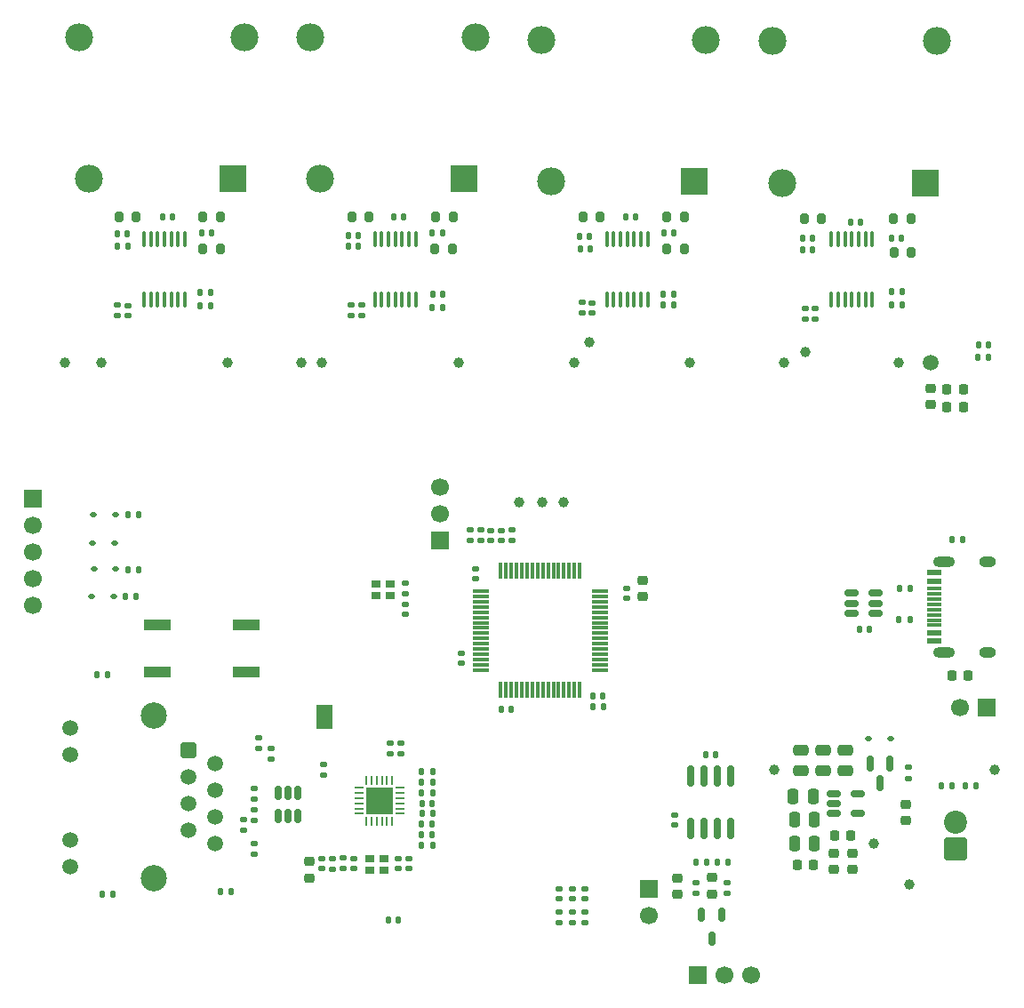
<source format=gbr>
%TF.GenerationSoftware,KiCad,Pcbnew,9.0.4*%
%TF.CreationDate,2025-10-09T14:55:44-07:00*%
%TF.ProjectId,ThermoBoard,54686572-6d6f-4426-9f61-72642e6b6963,1A*%
%TF.SameCoordinates,Original*%
%TF.FileFunction,Soldermask,Top*%
%TF.FilePolarity,Negative*%
%FSLAX46Y46*%
G04 Gerber Fmt 4.6, Leading zero omitted, Abs format (unit mm)*
G04 Created by KiCad (PCBNEW 9.0.4) date 2025-10-09 14:55:44*
%MOMM*%
%LPD*%
G01*
G04 APERTURE LIST*
G04 Aperture macros list*
%AMRoundRect*
0 Rectangle with rounded corners*
0 $1 Rounding radius*
0 $2 $3 $4 $5 $6 $7 $8 $9 X,Y pos of 4 corners*
0 Add a 4 corners polygon primitive as box body*
4,1,4,$2,$3,$4,$5,$6,$7,$8,$9,$2,$3,0*
0 Add four circle primitives for the rounded corners*
1,1,$1+$1,$2,$3*
1,1,$1+$1,$4,$5*
1,1,$1+$1,$6,$7*
1,1,$1+$1,$8,$9*
0 Add four rect primitives between the rounded corners*
20,1,$1+$1,$2,$3,$4,$5,0*
20,1,$1+$1,$4,$5,$6,$7,0*
20,1,$1+$1,$6,$7,$8,$9,0*
20,1,$1+$1,$8,$9,$2,$3,0*%
G04 Aperture macros list end*
%ADD10RoundRect,0.140000X-0.140000X-0.170000X0.140000X-0.170000X0.140000X0.170000X-0.140000X0.170000X0*%
%ADD11R,2.655000X2.655000*%
%ADD12C,2.655000*%
%ADD13RoundRect,0.140000X0.170000X-0.140000X0.170000X0.140000X-0.170000X0.140000X-0.170000X-0.140000X0*%
%ADD14RoundRect,0.135000X-0.135000X-0.185000X0.135000X-0.185000X0.135000X0.185000X-0.135000X0.185000X0*%
%ADD15RoundRect,0.200000X0.200000X0.275000X-0.200000X0.275000X-0.200000X-0.275000X0.200000X-0.275000X0*%
%ADD16RoundRect,0.135000X-0.185000X0.135000X-0.185000X-0.135000X0.185000X-0.135000X0.185000X0.135000X0*%
%ADD17RoundRect,0.147500X0.172500X-0.147500X0.172500X0.147500X-0.172500X0.147500X-0.172500X-0.147500X0*%
%ADD18RoundRect,0.140000X0.140000X0.170000X-0.140000X0.170000X-0.140000X-0.170000X0.140000X-0.170000X0*%
%ADD19RoundRect,0.135000X0.135000X0.185000X-0.135000X0.185000X-0.135000X-0.185000X0.135000X-0.185000X0*%
%ADD20RoundRect,0.100000X-0.100000X0.637500X-0.100000X-0.637500X0.100000X-0.637500X0.100000X0.637500X0*%
%ADD21RoundRect,0.200000X-0.200000X-0.275000X0.200000X-0.275000X0.200000X0.275000X-0.200000X0.275000X0*%
%ADD22C,1.000000*%
%ADD23RoundRect,0.135000X0.185000X-0.135000X0.185000X0.135000X-0.185000X0.135000X-0.185000X-0.135000X0*%
%ADD24R,2.500000X1.100000*%
%ADD25R,1.700000X1.700000*%
%ADD26C,1.700000*%
%ADD27RoundRect,0.140000X-0.170000X0.140000X-0.170000X-0.140000X0.170000X-0.140000X0.170000X0.140000X0*%
%ADD28RoundRect,0.150000X-0.150000X0.587500X-0.150000X-0.587500X0.150000X-0.587500X0.150000X0.587500X0*%
%ADD29RoundRect,0.218750X0.218750X0.256250X-0.218750X0.256250X-0.218750X-0.256250X0.218750X-0.256250X0*%
%ADD30RoundRect,0.150000X-0.150000X0.825000X-0.150000X-0.825000X0.150000X-0.825000X0.150000X0.825000X0*%
%ADD31C,1.500000*%
%ADD32RoundRect,0.225000X0.250000X-0.225000X0.250000X0.225000X-0.250000X0.225000X-0.250000X-0.225000X0*%
%ADD33RoundRect,0.225000X-0.250000X0.225000X-0.250000X-0.225000X0.250000X-0.225000X0.250000X0.225000X0*%
%ADD34R,1.450000X0.600000*%
%ADD35R,1.450000X0.300000*%
%ADD36O,2.100000X1.000000*%
%ADD37O,1.600000X1.000000*%
%ADD38RoundRect,0.147500X-0.147500X-0.172500X0.147500X-0.172500X0.147500X0.172500X-0.147500X0.172500X0*%
%ADD39RoundRect,0.250500X-0.499500X0.499500X-0.499500X-0.499500X0.499500X-0.499500X0.499500X0.499500X0*%
%ADD40C,2.500000*%
%ADD41RoundRect,0.225000X-0.225000X-0.250000X0.225000X-0.250000X0.225000X0.250000X-0.225000X0.250000X0*%
%ADD42RoundRect,0.147500X0.147500X0.172500X-0.147500X0.172500X-0.147500X-0.172500X0.147500X-0.172500X0*%
%ADD43RoundRect,0.250000X-0.250000X-0.475000X0.250000X-0.475000X0.250000X0.475000X-0.250000X0.475000X0*%
%ADD44RoundRect,0.112500X-0.187500X-0.112500X0.187500X-0.112500X0.187500X0.112500X-0.187500X0.112500X0*%
%ADD45RoundRect,0.225000X0.225000X0.250000X-0.225000X0.250000X-0.225000X-0.250000X0.225000X-0.250000X0*%
%ADD46RoundRect,0.150000X0.512500X0.150000X-0.512500X0.150000X-0.512500X-0.150000X0.512500X-0.150000X0*%
%ADD47R,0.900000X0.800000*%
%ADD48R,1.500000X1.000000*%
%ADD49RoundRect,0.249999X0.850001X-0.850001X0.850001X0.850001X-0.850001X0.850001X-0.850001X-0.850001X0*%
%ADD50C,2.200000*%
%ADD51RoundRect,0.062500X0.062500X-0.375000X0.062500X0.375000X-0.062500X0.375000X-0.062500X-0.375000X0*%
%ADD52RoundRect,0.062500X0.375000X-0.062500X0.375000X0.062500X-0.375000X0.062500X-0.375000X-0.062500X0*%
%ADD53R,2.500000X2.500000*%
%ADD54RoundRect,0.250000X-0.475000X0.250000X-0.475000X-0.250000X0.475000X-0.250000X0.475000X0.250000X0*%
%ADD55RoundRect,0.075000X-0.700000X-0.075000X0.700000X-0.075000X0.700000X0.075000X-0.700000X0.075000X0*%
%ADD56RoundRect,0.075000X-0.075000X-0.700000X0.075000X-0.700000X0.075000X0.700000X-0.075000X0.700000X0*%
%ADD57RoundRect,0.150000X-0.150000X0.512500X-0.150000X-0.512500X0.150000X-0.512500X0.150000X0.512500X0*%
%ADD58RoundRect,0.112500X0.187500X0.112500X-0.187500X0.112500X-0.187500X-0.112500X0.187500X-0.112500X0*%
%ADD59RoundRect,0.150000X-0.512500X-0.150000X0.512500X-0.150000X0.512500X0.150000X-0.512500X0.150000X0*%
G04 APERTURE END LIST*
%TO.C,JP200*%
G36*
X31461500Y-70100000D02*
G01*
X29961500Y-70100000D01*
X29961500Y-70400000D01*
X31461500Y-70400000D01*
X31461500Y-70100000D01*
G37*
%TD*%
D10*
%TO.C,C317*%
X15288000Y-22612500D03*
X16248000Y-22612500D03*
%TD*%
D11*
%TO.C,J107*%
X43961500Y-19000000D03*
D12*
X30261500Y-19000000D03*
X45061500Y-5500000D03*
X29361500Y-5500000D03*
%TD*%
D13*
%TO.C,C207*%
X24461500Y-73199000D03*
X24461500Y-72239000D03*
%TD*%
D14*
%TO.C,R106*%
X90480000Y-53300000D03*
X91500000Y-53300000D03*
%TD*%
D15*
%TO.C,R309*%
X64948000Y-25612500D03*
X63298000Y-25612500D03*
%TD*%
D16*
%TO.C,R312*%
X33211500Y-31000000D03*
X33211500Y-32020000D03*
%TD*%
D17*
%TO.C,D108*%
X54279000Y-87565000D03*
X54279000Y-86595000D03*
%TD*%
D15*
%TO.C,R319*%
X20773000Y-25612500D03*
X19123000Y-25612500D03*
%TD*%
D18*
%TO.C,C302*%
X56048000Y-25612500D03*
X55088000Y-25612500D03*
%TD*%
D19*
%TO.C,R206*%
X40981500Y-76449000D03*
X39961500Y-76449000D03*
%TD*%
D20*
%TO.C,U300*%
X82888000Y-24750000D03*
X82238000Y-24750000D03*
X81588000Y-24750000D03*
X80938000Y-24750000D03*
X80288000Y-24750000D03*
X79638000Y-24750000D03*
X78988000Y-24750000D03*
X78988000Y-30475000D03*
X79638000Y-30475000D03*
X80288000Y-30475000D03*
X80938000Y-30475000D03*
X81588000Y-30475000D03*
X82238000Y-30475000D03*
X82888000Y-30475000D03*
%TD*%
D21*
%TO.C,R304*%
X76386500Y-22750000D03*
X78036500Y-22750000D03*
%TD*%
D22*
%TO.C,TP114*%
X54461500Y-36500000D03*
%TD*%
D23*
%TO.C,R214*%
X24000000Y-83310000D03*
X24000000Y-82290000D03*
%TD*%
D14*
%TO.C,R105*%
X11961500Y-50950000D03*
X12981500Y-50950000D03*
%TD*%
D10*
%TO.C,C305*%
X55001500Y-24500000D03*
X55961500Y-24500000D03*
%TD*%
%TO.C,C307*%
X59393000Y-22612500D03*
X60353000Y-22612500D03*
%TD*%
D24*
%TO.C,SW100*%
X14771500Y-61490000D03*
X23271372Y-61490000D03*
X14771500Y-65989872D03*
X23271372Y-65989872D03*
%TD*%
D18*
%TO.C,C300*%
X77211500Y-25712500D03*
X76251500Y-25712500D03*
%TD*%
D14*
%TO.C,R310*%
X40956500Y-31250000D03*
X41976500Y-31250000D03*
%TD*%
D25*
%TO.C,JP400*%
X61629000Y-86615000D03*
D26*
X61629000Y-89155000D03*
%TD*%
D27*
%TO.C,C311*%
X34211500Y-31000000D03*
X34211500Y-31960000D03*
%TD*%
D23*
%TO.C,R111*%
X54279000Y-89865000D03*
X54279000Y-88845000D03*
%TD*%
D18*
%TO.C,C310*%
X33943000Y-25412500D03*
X32983000Y-25412500D03*
%TD*%
D28*
%TO.C,Q100*%
X84550000Y-74684596D03*
X82650000Y-74684596D03*
X83600000Y-76559596D03*
%TD*%
D29*
%TO.C,L100*%
X80837500Y-81559596D03*
X79262500Y-81559596D03*
%TD*%
D10*
%TO.C,C316*%
X37288000Y-22612500D03*
X38248000Y-22612500D03*
%TD*%
D22*
%TO.C,TP102*%
X73500000Y-75300000D03*
%TD*%
D10*
%TO.C,C304*%
X76251500Y-24612500D03*
X77211500Y-24612500D03*
%TD*%
D23*
%TO.C,R212*%
X25571500Y-74259000D03*
X25571500Y-73239000D03*
%TD*%
D19*
%TO.C,R108*%
X86445000Y-60975000D03*
X85425000Y-60975000D03*
%TD*%
D30*
%TO.C,U400*%
X69419000Y-75865000D03*
X68149000Y-75865000D03*
X66879000Y-75865000D03*
X65609000Y-75865000D03*
X65609000Y-80815000D03*
X66879000Y-80815000D03*
X68149000Y-80815000D03*
X69419000Y-80815000D03*
%TD*%
D14*
%TO.C,R301*%
X62971500Y-31000000D03*
X63991500Y-31000000D03*
%TD*%
D22*
%TO.C,TP300*%
X76461500Y-35500000D03*
%TD*%
D16*
%TO.C,R209*%
X32471500Y-83679000D03*
X32471500Y-84699000D03*
%TD*%
D10*
%TO.C,C401*%
X67000000Y-73800000D03*
X67960000Y-73800000D03*
%TD*%
D31*
%TO.C,TP103*%
X88461500Y-36500000D03*
%TD*%
D13*
%TO.C,C103*%
X45061500Y-57080000D03*
X45061500Y-56120000D03*
%TD*%
D32*
%TO.C,F100*%
X86050000Y-80109596D03*
X86050000Y-78559596D03*
%TD*%
D18*
%TO.C,C208*%
X37730000Y-89580000D03*
X36770000Y-89580000D03*
%TD*%
D33*
%TO.C,C100*%
X60961500Y-57200000D03*
X60961500Y-58750000D03*
%TD*%
%TO.C,C115*%
X79200580Y-83225000D03*
X79200580Y-84775000D03*
%TD*%
D25*
%TO.C,J101*%
X41661500Y-53390000D03*
D26*
X41661500Y-50850000D03*
X41661500Y-48310000D03*
%TD*%
D34*
%TO.C,J104*%
X88800000Y-63000000D03*
X88800000Y-62200000D03*
D35*
X88800000Y-61000000D03*
X88800000Y-60000000D03*
X88800000Y-59500000D03*
X88800000Y-58500000D03*
D34*
X88800000Y-57300000D03*
X88800000Y-56500000D03*
X88800000Y-56500000D03*
X88800000Y-57300000D03*
D35*
X88800000Y-58000000D03*
X88800000Y-59000000D03*
X88800000Y-60500000D03*
X88800000Y-61500000D03*
D34*
X88800000Y-62200000D03*
X88800000Y-63000000D03*
D36*
X89715000Y-64070000D03*
D37*
X93895000Y-64070000D03*
D36*
X89715000Y-55430000D03*
D37*
X93895000Y-55430000D03*
%TD*%
D27*
%TO.C,C102*%
X38361500Y-57500000D03*
X38361500Y-58460000D03*
%TD*%
D15*
%TO.C,R306*%
X86536500Y-22750000D03*
X84886500Y-22750000D03*
%TD*%
D21*
%TO.C,R315*%
X11111500Y-22612500D03*
X12761500Y-22612500D03*
%TD*%
D22*
%TO.C,TP112*%
X86400000Y-86200000D03*
%TD*%
D38*
%TO.C,D103*%
X91755000Y-76800000D03*
X92725000Y-76800000D03*
%TD*%
D16*
%TO.C,R303*%
X55211500Y-30740000D03*
X55211500Y-31760000D03*
%TD*%
D39*
%TO.C,J200*%
X17707000Y-73434000D03*
D31*
X20247000Y-74694000D03*
X17707000Y-75974000D03*
X20247000Y-77234000D03*
X17707000Y-78514000D03*
X20247000Y-79774000D03*
X17707000Y-81054000D03*
X20247000Y-82314000D03*
X6447000Y-71249000D03*
X6447000Y-73789000D03*
X6447000Y-81959000D03*
X6447000Y-84499000D03*
D40*
X14397000Y-70129000D03*
X14397000Y-85619000D03*
%TD*%
D11*
%TO.C,J108*%
X21961500Y-19000000D03*
D12*
X8261500Y-19000000D03*
X23061500Y-5500000D03*
X7361500Y-5500000D03*
%TD*%
D32*
%TO.C,C402*%
X67579000Y-87090000D03*
X67579000Y-85540000D03*
%TD*%
D13*
%TO.C,C104*%
X46561500Y-53440000D03*
X46561500Y-52480000D03*
%TD*%
D16*
%TO.C,R213*%
X24000000Y-77030000D03*
X24000000Y-78050000D03*
%TD*%
D21*
%TO.C,R314*%
X33311500Y-22612500D03*
X34961500Y-22612500D03*
%TD*%
D22*
%TO.C,TP108*%
X28461500Y-36500000D03*
%TD*%
D38*
%TO.C,D300*%
X84736500Y-29750000D03*
X85706500Y-29750000D03*
%TD*%
D15*
%TO.C,R316*%
X42961500Y-22600000D03*
X41311500Y-22600000D03*
%TD*%
D41*
%TO.C,F101*%
X90450000Y-66300000D03*
X92000000Y-66300000D03*
%TD*%
D20*
%TO.C,U301*%
X61498000Y-24750000D03*
X60848000Y-24750000D03*
X60198000Y-24750000D03*
X59548000Y-24750000D03*
X58898000Y-24750000D03*
X58248000Y-24750000D03*
X57598000Y-24750000D03*
X57598000Y-30475000D03*
X58248000Y-30475000D03*
X58898000Y-30475000D03*
X59548000Y-30475000D03*
X60198000Y-30475000D03*
X60848000Y-30475000D03*
X61498000Y-30475000D03*
%TD*%
D41*
%TO.C,C117*%
X89986500Y-39000000D03*
X91536500Y-39000000D03*
%TD*%
D13*
%TO.C,C111*%
X43748000Y-65100000D03*
X43748000Y-64140000D03*
%TD*%
D42*
%TO.C,D106*%
X93961500Y-34750000D03*
X92991500Y-34750000D03*
%TD*%
D43*
%TO.C,C119*%
X75450580Y-82250000D03*
X77350580Y-82250000D03*
%TD*%
D19*
%TO.C,R205*%
X40981500Y-82449000D03*
X39961500Y-82449000D03*
%TD*%
D23*
%TO.C,R211*%
X24000000Y-80050000D03*
X24000000Y-79030000D03*
%TD*%
D10*
%TO.C,C318*%
X40963000Y-24112500D03*
X41923000Y-24112500D03*
%TD*%
D22*
%TO.C,TP106*%
X74461500Y-36500000D03*
%TD*%
D10*
%TO.C,C308*%
X84711500Y-24600000D03*
X85671500Y-24600000D03*
%TD*%
D44*
%TO.C,D101*%
X8531500Y-58725000D03*
X10631500Y-58725000D03*
%TD*%
D27*
%TO.C,C206*%
X30471500Y-83699000D03*
X30471500Y-84659000D03*
%TD*%
D45*
%TO.C,C112*%
X77300000Y-84300000D03*
X75750000Y-84300000D03*
%TD*%
D16*
%TO.C,R215*%
X23000000Y-80030000D03*
X23000000Y-81050000D03*
%TD*%
D38*
%TO.C,D302*%
X40991500Y-30000000D03*
X41961500Y-30000000D03*
%TD*%
D25*
%TO.C,J100*%
X2961500Y-49460000D03*
D26*
X2961500Y-52000000D03*
X2961500Y-54540000D03*
X2961500Y-57080000D03*
X2961500Y-59620000D03*
%TD*%
D22*
%TO.C,TP120*%
X5961500Y-36500000D03*
%TD*%
%TO.C,TP116*%
X55961500Y-34500000D03*
%TD*%
%TO.C,TP101*%
X94500000Y-75300000D03*
%TD*%
D14*
%TO.C,R401*%
X68079000Y-84055000D03*
X69099000Y-84055000D03*
%TD*%
D43*
%TO.C,C118*%
X75350000Y-77800000D03*
X77250000Y-77800000D03*
%TD*%
D22*
%TO.C,TP107*%
X85361500Y-36500000D03*
%TD*%
D33*
%TO.C,C113*%
X80950580Y-83225000D03*
X80950580Y-84775000D03*
%TD*%
D15*
%TO.C,R307*%
X64961500Y-22612500D03*
X63311500Y-22612500D03*
%TD*%
D17*
%TO.C,D109*%
X55529000Y-87565000D03*
X55529000Y-86595000D03*
%TD*%
D11*
%TO.C,J106*%
X65948000Y-19250000D03*
D12*
X52248000Y-19250000D03*
X67048000Y-5750000D03*
X51348000Y-5750000D03*
%TD*%
D27*
%TO.C,C200*%
X37721500Y-83739000D03*
X37721500Y-84699000D03*
%TD*%
D46*
%TO.C,U102*%
X83187500Y-60350000D03*
X83187500Y-59400000D03*
X83187500Y-58450000D03*
X80912500Y-58450000D03*
X80912500Y-59400000D03*
X80912500Y-60350000D03*
%TD*%
D44*
%TO.C,D105*%
X82500000Y-72309596D03*
X84600000Y-72309596D03*
%TD*%
D47*
%TO.C,Y200*%
X34971500Y-84798822D03*
X36371550Y-84798822D03*
X36371550Y-83699000D03*
X34971500Y-83699000D03*
%TD*%
D19*
%TO.C,R204*%
X40971500Y-80449000D03*
X39951500Y-80449000D03*
%TD*%
D10*
%TO.C,C107*%
X56288000Y-69250000D03*
X57248000Y-69250000D03*
%TD*%
D47*
%TO.C,Y100*%
X36961500Y-57600000D03*
X35561450Y-57600000D03*
X35561450Y-58699822D03*
X36961500Y-58699822D03*
%TD*%
D16*
%TO.C,R210*%
X31471500Y-83699000D03*
X31471500Y-84719000D03*
%TD*%
D48*
%TO.C,JP200*%
X30711500Y-69600000D03*
X30711500Y-70900000D03*
%TD*%
D14*
%TO.C,R311*%
X18841500Y-31050000D03*
X19861500Y-31050000D03*
%TD*%
D19*
%TO.C,R201*%
X40971500Y-81449000D03*
X39951500Y-81449000D03*
%TD*%
D10*
%TO.C,C306*%
X80783000Y-23112500D03*
X81743000Y-23112500D03*
%TD*%
D38*
%TO.C,D303*%
X18876500Y-29800000D03*
X19846500Y-29800000D03*
%TD*%
D15*
%TO.C,R308*%
X86611500Y-26000000D03*
X84961500Y-26000000D03*
%TD*%
D16*
%TO.C,R101*%
X48561500Y-52430000D03*
X48561500Y-53450000D03*
%TD*%
D10*
%TO.C,C204*%
X39981500Y-78449000D03*
X40941500Y-78449000D03*
%TD*%
D22*
%TO.C,TP121*%
X21500000Y-36500000D03*
%TD*%
%TO.C,TP104*%
X51461500Y-49750000D03*
%TD*%
D23*
%TO.C,R112*%
X55529000Y-89855000D03*
X55529000Y-88835000D03*
%TD*%
D19*
%TO.C,R107*%
X86470000Y-58000000D03*
X85450000Y-58000000D03*
%TD*%
D15*
%TO.C,R318*%
X42843000Y-25612500D03*
X41193000Y-25612500D03*
%TD*%
D27*
%TO.C,C201*%
X33471500Y-83739000D03*
X33471500Y-84699000D03*
%TD*%
D14*
%TO.C,R102*%
X11711500Y-58725000D03*
X12731500Y-58725000D03*
%TD*%
D16*
%TO.C,R208*%
X37971500Y-72729000D03*
X37971500Y-73749000D03*
%TD*%
D14*
%TO.C,R217*%
X9011500Y-66175000D03*
X10031500Y-66175000D03*
%TD*%
D22*
%TO.C,TP122*%
X9461500Y-36500000D03*
%TD*%
D20*
%TO.C,U303*%
X17398000Y-24750000D03*
X16748000Y-24750000D03*
X16098000Y-24750000D03*
X15448000Y-24750000D03*
X14798000Y-24750000D03*
X14148000Y-24750000D03*
X13498000Y-24750000D03*
X13498000Y-30475000D03*
X14148000Y-30475000D03*
X14798000Y-30475000D03*
X15448000Y-30475000D03*
X16098000Y-30475000D03*
X16748000Y-30475000D03*
X17398000Y-30475000D03*
%TD*%
D14*
%TO.C,R300*%
X84701500Y-31000000D03*
X85721500Y-31000000D03*
%TD*%
D16*
%TO.C,R404*%
X66079000Y-86045000D03*
X66079000Y-87065000D03*
%TD*%
D27*
%TO.C,C106*%
X59461500Y-58000000D03*
X59461500Y-58960000D03*
%TD*%
D23*
%TO.C,R113*%
X86300000Y-76069596D03*
X86300000Y-75049596D03*
%TD*%
D13*
%TO.C,C101*%
X45561500Y-53400000D03*
X45561500Y-52440000D03*
%TD*%
D49*
%TO.C,J103*%
X90800000Y-82829596D03*
D50*
X90800000Y-80289596D03*
%TD*%
D19*
%TO.C,R200*%
X41001500Y-79449000D03*
X39981500Y-79449000D03*
%TD*%
D22*
%TO.C,TP110*%
X30461500Y-36500000D03*
%TD*%
D18*
%TO.C,C110*%
X48461500Y-69500000D03*
X47501500Y-69500000D03*
%TD*%
D23*
%TO.C,R110*%
X53029000Y-89865000D03*
X53029000Y-88845000D03*
%TD*%
D13*
%TO.C,C203*%
X30571500Y-75749000D03*
X30571500Y-74789000D03*
%TD*%
D25*
%TO.C,JP100*%
X93790000Y-69300000D03*
D26*
X91250000Y-69300000D03*
%TD*%
D44*
%TO.C,D104*%
X8681500Y-50950000D03*
X10781500Y-50950000D03*
%TD*%
D21*
%TO.C,R305*%
X55311500Y-22612500D03*
X56961500Y-22612500D03*
%TD*%
D18*
%TO.C,C116*%
X82600000Y-61850000D03*
X81640000Y-61850000D03*
%TD*%
D14*
%TO.C,R216*%
X20775500Y-86869000D03*
X21795500Y-86869000D03*
%TD*%
D22*
%TO.C,TP109*%
X43461500Y-36500000D03*
%TD*%
D23*
%TO.C,R403*%
X69079000Y-87065000D03*
X69079000Y-86045000D03*
%TD*%
D19*
%TO.C,R109*%
X93961500Y-36000000D03*
X92941500Y-36000000D03*
%TD*%
D20*
%TO.C,U302*%
X39393000Y-24750000D03*
X38743000Y-24750000D03*
X38093000Y-24750000D03*
X37443000Y-24750000D03*
X36793000Y-24750000D03*
X36143000Y-24750000D03*
X35493000Y-24750000D03*
X35493000Y-30475000D03*
X36143000Y-30475000D03*
X36793000Y-30475000D03*
X37443000Y-30475000D03*
X38093000Y-30475000D03*
X38743000Y-30475000D03*
X39393000Y-30475000D03*
%TD*%
D10*
%TO.C,C108*%
X56268000Y-68250000D03*
X57228000Y-68250000D03*
%TD*%
D51*
%TO.C,U200*%
X34659000Y-80136500D03*
X35159000Y-80136500D03*
X35659000Y-80136500D03*
X36159000Y-80136500D03*
X36659000Y-80136500D03*
X37159000Y-80136500D03*
D52*
X37846500Y-79449000D03*
X37846500Y-78949000D03*
X37846500Y-78449000D03*
X37846500Y-77949000D03*
X37846500Y-77449000D03*
X37846500Y-76949000D03*
D51*
X37159000Y-76261500D03*
X36659000Y-76261500D03*
X36159000Y-76261500D03*
X35659000Y-76261500D03*
X35159000Y-76261500D03*
X34659000Y-76261500D03*
D52*
X33971500Y-76949000D03*
X33971500Y-77449000D03*
X33971500Y-77949000D03*
X33971500Y-78449000D03*
X33971500Y-78949000D03*
X33971500Y-79449000D03*
D53*
X35909000Y-78199000D03*
%TD*%
D54*
%TO.C,C122*%
X78200580Y-73409596D03*
X78200580Y-75309596D03*
%TD*%
D27*
%TO.C,C313*%
X11961500Y-31040000D03*
X11961500Y-32000000D03*
%TD*%
D19*
%TO.C,R207*%
X40981500Y-75449000D03*
X39961500Y-75449000D03*
%TD*%
D41*
%TO.C,C114*%
X89986500Y-40750000D03*
X91536500Y-40750000D03*
%TD*%
D55*
%TO.C,U100*%
X45573000Y-58250000D03*
X45573000Y-58750000D03*
X45573000Y-59250000D03*
X45573000Y-59750000D03*
X45573000Y-60250000D03*
X45573000Y-60750000D03*
X45573000Y-61250000D03*
X45573000Y-61750000D03*
X45573000Y-62250000D03*
X45573000Y-62750000D03*
X45573000Y-63250000D03*
X45573000Y-63750000D03*
X45573000Y-64250000D03*
X45573000Y-64750000D03*
X45573000Y-65250000D03*
X45573000Y-65750000D03*
D56*
X47498000Y-67675000D03*
X47998000Y-67675000D03*
X48498000Y-67675000D03*
X48998000Y-67675000D03*
X49498000Y-67675000D03*
X49998000Y-67675000D03*
X50498000Y-67675000D03*
X50998000Y-67675000D03*
X51498000Y-67675000D03*
X51998000Y-67675000D03*
X52498000Y-67675000D03*
X52998000Y-67675000D03*
X53498000Y-67675000D03*
X53998000Y-67675000D03*
X54498000Y-67675000D03*
X54998000Y-67675000D03*
D55*
X56923000Y-65750000D03*
X56923000Y-65250000D03*
X56923000Y-64750000D03*
X56923000Y-64250000D03*
X56923000Y-63750000D03*
X56923000Y-63250000D03*
X56923000Y-62750000D03*
X56923000Y-62250000D03*
X56923000Y-61750000D03*
X56923000Y-61250000D03*
X56923000Y-60750000D03*
X56923000Y-60250000D03*
X56923000Y-59750000D03*
X56923000Y-59250000D03*
X56923000Y-58750000D03*
X56923000Y-58250000D03*
D56*
X54998000Y-56325000D03*
X54498000Y-56325000D03*
X53998000Y-56325000D03*
X53498000Y-56325000D03*
X52998000Y-56325000D03*
X52498000Y-56325000D03*
X51998000Y-56325000D03*
X51498000Y-56325000D03*
X50998000Y-56325000D03*
X50498000Y-56325000D03*
X49998000Y-56325000D03*
X49498000Y-56325000D03*
X48998000Y-56325000D03*
X48498000Y-56325000D03*
X47998000Y-56325000D03*
X47498000Y-56325000D03*
%TD*%
D25*
%TO.C,J102*%
X66239000Y-94815000D03*
D26*
X68779000Y-94815000D03*
X71319000Y-94815000D03*
%TD*%
D54*
%TO.C,C123*%
X76050000Y-73409596D03*
X76050000Y-75309596D03*
%TD*%
D11*
%TO.C,J105*%
X87961500Y-19361000D03*
D12*
X74261500Y-19361000D03*
X89061500Y-5861000D03*
X73361500Y-5861000D03*
%TD*%
D17*
%TO.C,D107*%
X53029000Y-87565000D03*
X53029000Y-86595000D03*
%TD*%
D32*
%TO.C,FB100*%
X88461500Y-40500000D03*
X88461500Y-38950000D03*
%TD*%
D57*
%TO.C,D400*%
X68529000Y-89065000D03*
X66629000Y-89065000D03*
X67579000Y-91340000D03*
%TD*%
D32*
%TO.C,C403*%
X64329000Y-87115000D03*
X64329000Y-85565000D03*
%TD*%
D10*
%TO.C,C309*%
X63048000Y-24112500D03*
X64008000Y-24112500D03*
%TD*%
D14*
%TO.C,R103*%
X11961500Y-56200000D03*
X12981500Y-56200000D03*
%TD*%
D19*
%TO.C,R218*%
X10545500Y-87119000D03*
X9525500Y-87119000D03*
%TD*%
D16*
%TO.C,R203*%
X36971500Y-72739000D03*
X36971500Y-73759000D03*
%TD*%
D19*
%TO.C,R202*%
X40981500Y-77449000D03*
X39961500Y-77449000D03*
%TD*%
%TO.C,R104*%
X90500000Y-76750000D03*
X89480000Y-76750000D03*
%TD*%
D10*
%TO.C,C315*%
X10961500Y-24200000D03*
X11921500Y-24200000D03*
%TD*%
D13*
%TO.C,C400*%
X64029000Y-80525000D03*
X64029000Y-79565000D03*
%TD*%
D22*
%TO.C,TP100*%
X53461500Y-49750000D03*
%TD*%
D10*
%TO.C,C314*%
X32983000Y-24400000D03*
X33943000Y-24400000D03*
%TD*%
D38*
%TO.C,D301*%
X62991500Y-30000000D03*
X63961500Y-30000000D03*
%TD*%
D54*
%TO.C,C121*%
X80300000Y-73409596D03*
X80300000Y-75309596D03*
%TD*%
D16*
%TO.C,R313*%
X10961500Y-31000000D03*
X10961500Y-32020000D03*
%TD*%
D57*
%TO.C,U201*%
X28150000Y-77424000D03*
X27200000Y-77424000D03*
X26250000Y-77424000D03*
X26250000Y-79699000D03*
X27200000Y-79699000D03*
X28150000Y-79699000D03*
%TD*%
D58*
%TO.C,D100*%
X10681500Y-53675000D03*
X8581500Y-53675000D03*
%TD*%
D13*
%TO.C,C109*%
X47561500Y-53420000D03*
X47561500Y-52460000D03*
%TD*%
D22*
%TO.C,TP105*%
X49211500Y-49750000D03*
%TD*%
%TO.C,TP111*%
X83000000Y-82300000D03*
%TD*%
D33*
%TO.C,C202*%
X29211500Y-84000000D03*
X29211500Y-85550000D03*
%TD*%
D10*
%TO.C,C319*%
X18988000Y-24112500D03*
X19948000Y-24112500D03*
%TD*%
D27*
%TO.C,C205*%
X38721500Y-83739000D03*
X38721500Y-84699000D03*
%TD*%
D22*
%TO.C,TP115*%
X65461500Y-36500000D03*
%TD*%
D15*
%TO.C,R317*%
X20761500Y-22612500D03*
X19111500Y-22612500D03*
%TD*%
D18*
%TO.C,C312*%
X11961500Y-25412500D03*
X11001500Y-25412500D03*
%TD*%
D27*
%TO.C,C303*%
X56211500Y-30790000D03*
X56211500Y-31750000D03*
%TD*%
%TO.C,C301*%
X77461500Y-31362500D03*
X77461500Y-32322500D03*
%TD*%
D13*
%TO.C,C105*%
X38361500Y-60480000D03*
X38361500Y-59520000D03*
%TD*%
D44*
%TO.C,D102*%
X8731500Y-56087500D03*
X10831500Y-56087500D03*
%TD*%
D59*
%TO.C,U101*%
X79225000Y-77550000D03*
X79225000Y-78500000D03*
X79225000Y-79450000D03*
X81500000Y-79450000D03*
X81500000Y-77550000D03*
%TD*%
D43*
%TO.C,C120*%
X75450580Y-80030000D03*
X77350580Y-80030000D03*
%TD*%
D19*
%TO.C,R402*%
X67079000Y-84065000D03*
X66059000Y-84065000D03*
%TD*%
D16*
%TO.C,R302*%
X76461500Y-31330000D03*
X76461500Y-32350000D03*
%TD*%
%TO.C,R100*%
X44561500Y-52440000D03*
X44561500Y-53460000D03*
%TD*%
M02*

</source>
